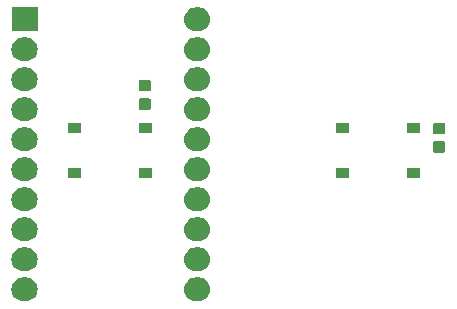
<source format=gbr>
G04 #@! TF.GenerationSoftware,KiCad,Pcbnew,(5.1.5)-3*
G04 #@! TF.CreationDate,2020-06-09T10:15:54-04:00*
G04 #@! TF.ProjectId,ble_mvp_1A-rev2-ButtonDaughter,626c655f-6d76-4705-9f31-412d72657632,rev?*
G04 #@! TF.SameCoordinates,Original*
G04 #@! TF.FileFunction,Soldermask,Top*
G04 #@! TF.FilePolarity,Negative*
%FSLAX46Y46*%
G04 Gerber Fmt 4.6, Leading zero omitted, Abs format (unit mm)*
G04 Created by KiCad (PCBNEW (5.1.5)-3) date 2020-06-09 10:15:54*
%MOMM*%
%LPD*%
G04 APERTURE LIST*
%ADD10C,0.100000*%
G04 APERTURE END LIST*
D10*
G36*
X142003028Y-101007183D02*
G01*
X142191722Y-101064423D01*
X142365615Y-101157371D01*
X142518039Y-101282461D01*
X142643129Y-101434885D01*
X142736077Y-101608778D01*
X142793317Y-101797472D01*
X142812643Y-101993700D01*
X142793317Y-102189928D01*
X142736077Y-102378622D01*
X142643129Y-102552515D01*
X142518039Y-102704939D01*
X142365615Y-102830029D01*
X142191722Y-102922977D01*
X142003028Y-102980217D01*
X141855975Y-102994700D01*
X141557625Y-102994700D01*
X141410572Y-102980217D01*
X141221878Y-102922977D01*
X141047985Y-102830029D01*
X140895561Y-102704939D01*
X140770471Y-102552515D01*
X140677523Y-102378622D01*
X140620283Y-102189928D01*
X140600957Y-101993700D01*
X140620283Y-101797472D01*
X140677523Y-101608778D01*
X140770471Y-101434885D01*
X140895561Y-101282461D01*
X141047985Y-101157371D01*
X141221878Y-101064423D01*
X141410572Y-101007183D01*
X141557625Y-100992700D01*
X141855975Y-100992700D01*
X142003028Y-101007183D01*
G37*
G36*
X127393028Y-101007183D02*
G01*
X127581722Y-101064423D01*
X127755615Y-101157371D01*
X127908039Y-101282461D01*
X128033129Y-101434885D01*
X128126077Y-101608778D01*
X128183317Y-101797472D01*
X128202643Y-101993700D01*
X128183317Y-102189928D01*
X128126077Y-102378622D01*
X128033129Y-102552515D01*
X127908039Y-102704939D01*
X127755615Y-102830029D01*
X127581722Y-102922977D01*
X127393028Y-102980217D01*
X127245975Y-102994700D01*
X126947625Y-102994700D01*
X126800572Y-102980217D01*
X126611878Y-102922977D01*
X126437985Y-102830029D01*
X126285561Y-102704939D01*
X126160471Y-102552515D01*
X126067523Y-102378622D01*
X126010283Y-102189928D01*
X125990957Y-101993700D01*
X126010283Y-101797472D01*
X126067523Y-101608778D01*
X126160471Y-101434885D01*
X126285561Y-101282461D01*
X126437985Y-101157371D01*
X126611878Y-101064423D01*
X126800572Y-101007183D01*
X126947625Y-100992700D01*
X127245975Y-100992700D01*
X127393028Y-101007183D01*
G37*
G36*
X142003028Y-98467183D02*
G01*
X142191722Y-98524423D01*
X142365615Y-98617371D01*
X142518039Y-98742461D01*
X142643129Y-98894885D01*
X142736077Y-99068778D01*
X142793317Y-99257472D01*
X142812643Y-99453700D01*
X142793317Y-99649928D01*
X142736077Y-99838622D01*
X142643129Y-100012515D01*
X142518039Y-100164939D01*
X142365615Y-100290029D01*
X142191722Y-100382977D01*
X142003028Y-100440217D01*
X141855975Y-100454700D01*
X141557625Y-100454700D01*
X141410572Y-100440217D01*
X141221878Y-100382977D01*
X141047985Y-100290029D01*
X140895561Y-100164939D01*
X140770471Y-100012515D01*
X140677523Y-99838622D01*
X140620283Y-99649928D01*
X140600957Y-99453700D01*
X140620283Y-99257472D01*
X140677523Y-99068778D01*
X140770471Y-98894885D01*
X140895561Y-98742461D01*
X141047985Y-98617371D01*
X141221878Y-98524423D01*
X141410572Y-98467183D01*
X141557625Y-98452700D01*
X141855975Y-98452700D01*
X142003028Y-98467183D01*
G37*
G36*
X127393028Y-98467183D02*
G01*
X127581722Y-98524423D01*
X127755615Y-98617371D01*
X127908039Y-98742461D01*
X128033129Y-98894885D01*
X128126077Y-99068778D01*
X128183317Y-99257472D01*
X128202643Y-99453700D01*
X128183317Y-99649928D01*
X128126077Y-99838622D01*
X128033129Y-100012515D01*
X127908039Y-100164939D01*
X127755615Y-100290029D01*
X127581722Y-100382977D01*
X127393028Y-100440217D01*
X127245975Y-100454700D01*
X126947625Y-100454700D01*
X126800572Y-100440217D01*
X126611878Y-100382977D01*
X126437985Y-100290029D01*
X126285561Y-100164939D01*
X126160471Y-100012515D01*
X126067523Y-99838622D01*
X126010283Y-99649928D01*
X125990957Y-99453700D01*
X126010283Y-99257472D01*
X126067523Y-99068778D01*
X126160471Y-98894885D01*
X126285561Y-98742461D01*
X126437985Y-98617371D01*
X126611878Y-98524423D01*
X126800572Y-98467183D01*
X126947625Y-98452700D01*
X127245975Y-98452700D01*
X127393028Y-98467183D01*
G37*
G36*
X127393028Y-95927183D02*
G01*
X127581722Y-95984423D01*
X127755615Y-96077371D01*
X127908039Y-96202461D01*
X128033129Y-96354885D01*
X128126077Y-96528778D01*
X128183317Y-96717472D01*
X128202643Y-96913700D01*
X128183317Y-97109928D01*
X128126077Y-97298622D01*
X128033129Y-97472515D01*
X127908039Y-97624939D01*
X127755615Y-97750029D01*
X127581722Y-97842977D01*
X127393028Y-97900217D01*
X127245975Y-97914700D01*
X126947625Y-97914700D01*
X126800572Y-97900217D01*
X126611878Y-97842977D01*
X126437985Y-97750029D01*
X126285561Y-97624939D01*
X126160471Y-97472515D01*
X126067523Y-97298622D01*
X126010283Y-97109928D01*
X125990957Y-96913700D01*
X126010283Y-96717472D01*
X126067523Y-96528778D01*
X126160471Y-96354885D01*
X126285561Y-96202461D01*
X126437985Y-96077371D01*
X126611878Y-95984423D01*
X126800572Y-95927183D01*
X126947625Y-95912700D01*
X127245975Y-95912700D01*
X127393028Y-95927183D01*
G37*
G36*
X142003028Y-95927183D02*
G01*
X142191722Y-95984423D01*
X142365615Y-96077371D01*
X142518039Y-96202461D01*
X142643129Y-96354885D01*
X142736077Y-96528778D01*
X142793317Y-96717472D01*
X142812643Y-96913700D01*
X142793317Y-97109928D01*
X142736077Y-97298622D01*
X142643129Y-97472515D01*
X142518039Y-97624939D01*
X142365615Y-97750029D01*
X142191722Y-97842977D01*
X142003028Y-97900217D01*
X141855975Y-97914700D01*
X141557625Y-97914700D01*
X141410572Y-97900217D01*
X141221878Y-97842977D01*
X141047985Y-97750029D01*
X140895561Y-97624939D01*
X140770471Y-97472515D01*
X140677523Y-97298622D01*
X140620283Y-97109928D01*
X140600957Y-96913700D01*
X140620283Y-96717472D01*
X140677523Y-96528778D01*
X140770471Y-96354885D01*
X140895561Y-96202461D01*
X141047985Y-96077371D01*
X141221878Y-95984423D01*
X141410572Y-95927183D01*
X141557625Y-95912700D01*
X141855975Y-95912700D01*
X142003028Y-95927183D01*
G37*
G36*
X127393028Y-93387183D02*
G01*
X127581722Y-93444423D01*
X127755615Y-93537371D01*
X127908039Y-93662461D01*
X128033129Y-93814885D01*
X128126077Y-93988778D01*
X128183317Y-94177472D01*
X128202643Y-94373700D01*
X128183317Y-94569928D01*
X128126077Y-94758622D01*
X128033129Y-94932515D01*
X127908039Y-95084939D01*
X127755615Y-95210029D01*
X127581722Y-95302977D01*
X127393028Y-95360217D01*
X127245975Y-95374700D01*
X126947625Y-95374700D01*
X126800572Y-95360217D01*
X126611878Y-95302977D01*
X126437985Y-95210029D01*
X126285561Y-95084939D01*
X126160471Y-94932515D01*
X126067523Y-94758622D01*
X126010283Y-94569928D01*
X125990957Y-94373700D01*
X126010283Y-94177472D01*
X126067523Y-93988778D01*
X126160471Y-93814885D01*
X126285561Y-93662461D01*
X126437985Y-93537371D01*
X126611878Y-93444423D01*
X126800572Y-93387183D01*
X126947625Y-93372700D01*
X127245975Y-93372700D01*
X127393028Y-93387183D01*
G37*
G36*
X142003028Y-93387183D02*
G01*
X142191722Y-93444423D01*
X142365615Y-93537371D01*
X142518039Y-93662461D01*
X142643129Y-93814885D01*
X142736077Y-93988778D01*
X142793317Y-94177472D01*
X142812643Y-94373700D01*
X142793317Y-94569928D01*
X142736077Y-94758622D01*
X142643129Y-94932515D01*
X142518039Y-95084939D01*
X142365615Y-95210029D01*
X142191722Y-95302977D01*
X142003028Y-95360217D01*
X141855975Y-95374700D01*
X141557625Y-95374700D01*
X141410572Y-95360217D01*
X141221878Y-95302977D01*
X141047985Y-95210029D01*
X140895561Y-95084939D01*
X140770471Y-94932515D01*
X140677523Y-94758622D01*
X140620283Y-94569928D01*
X140600957Y-94373700D01*
X140620283Y-94177472D01*
X140677523Y-93988778D01*
X140770471Y-93814885D01*
X140895561Y-93662461D01*
X141047985Y-93537371D01*
X141221878Y-93444423D01*
X141410572Y-93387183D01*
X141557625Y-93372700D01*
X141855975Y-93372700D01*
X142003028Y-93387183D01*
G37*
G36*
X142003028Y-90847183D02*
G01*
X142191722Y-90904423D01*
X142365615Y-90997371D01*
X142518039Y-91122461D01*
X142643129Y-91274885D01*
X142736077Y-91448778D01*
X142793317Y-91637472D01*
X142812643Y-91833700D01*
X142793317Y-92029928D01*
X142736077Y-92218622D01*
X142643129Y-92392515D01*
X142518039Y-92544939D01*
X142365615Y-92670029D01*
X142191722Y-92762977D01*
X142003028Y-92820217D01*
X141855975Y-92834700D01*
X141557625Y-92834700D01*
X141410572Y-92820217D01*
X141221878Y-92762977D01*
X141047985Y-92670029D01*
X140895561Y-92544939D01*
X140770471Y-92392515D01*
X140677523Y-92218622D01*
X140620283Y-92029928D01*
X140600957Y-91833700D01*
X140620283Y-91637472D01*
X140677523Y-91448778D01*
X140770471Y-91274885D01*
X140895561Y-91122461D01*
X141047985Y-90997371D01*
X141221878Y-90904423D01*
X141410572Y-90847183D01*
X141557625Y-90832700D01*
X141855975Y-90832700D01*
X142003028Y-90847183D01*
G37*
G36*
X127393028Y-90847183D02*
G01*
X127581722Y-90904423D01*
X127755615Y-90997371D01*
X127908039Y-91122461D01*
X128033129Y-91274885D01*
X128126077Y-91448778D01*
X128183317Y-91637472D01*
X128202643Y-91833700D01*
X128183317Y-92029928D01*
X128126077Y-92218622D01*
X128033129Y-92392515D01*
X127908039Y-92544939D01*
X127755615Y-92670029D01*
X127581722Y-92762977D01*
X127393028Y-92820217D01*
X127245975Y-92834700D01*
X126947625Y-92834700D01*
X126800572Y-92820217D01*
X126611878Y-92762977D01*
X126437985Y-92670029D01*
X126285561Y-92544939D01*
X126160471Y-92392515D01*
X126067523Y-92218622D01*
X126010283Y-92029928D01*
X125990957Y-91833700D01*
X126010283Y-91637472D01*
X126067523Y-91448778D01*
X126160471Y-91274885D01*
X126285561Y-91122461D01*
X126437985Y-90997371D01*
X126611878Y-90904423D01*
X126800572Y-90847183D01*
X126947625Y-90832700D01*
X127245975Y-90832700D01*
X127393028Y-90847183D01*
G37*
G36*
X160551000Y-92551000D02*
G01*
X159449000Y-92551000D01*
X159449000Y-91699000D01*
X160551000Y-91699000D01*
X160551000Y-92551000D01*
G37*
G36*
X154551000Y-92551000D02*
G01*
X153449000Y-92551000D01*
X153449000Y-91699000D01*
X154551000Y-91699000D01*
X154551000Y-92551000D01*
G37*
G36*
X137847800Y-92551000D02*
G01*
X136745800Y-92551000D01*
X136745800Y-91699000D01*
X137847800Y-91699000D01*
X137847800Y-92551000D01*
G37*
G36*
X131847800Y-92551000D02*
G01*
X130745800Y-92551000D01*
X130745800Y-91699000D01*
X131847800Y-91699000D01*
X131847800Y-92551000D01*
G37*
G36*
X162583991Y-89469885D02*
G01*
X162617969Y-89480193D01*
X162649290Y-89496934D01*
X162676739Y-89519461D01*
X162699266Y-89546910D01*
X162716007Y-89578231D01*
X162726315Y-89612209D01*
X162730400Y-89653690D01*
X162730400Y-90254910D01*
X162726315Y-90296391D01*
X162716007Y-90330369D01*
X162699266Y-90361690D01*
X162676739Y-90389139D01*
X162649290Y-90411666D01*
X162617969Y-90428407D01*
X162583991Y-90438715D01*
X162542510Y-90442800D01*
X161866290Y-90442800D01*
X161824809Y-90438715D01*
X161790831Y-90428407D01*
X161759510Y-90411666D01*
X161732061Y-90389139D01*
X161709534Y-90361690D01*
X161692793Y-90330369D01*
X161682485Y-90296391D01*
X161678400Y-90254910D01*
X161678400Y-89653690D01*
X161682485Y-89612209D01*
X161692793Y-89578231D01*
X161709534Y-89546910D01*
X161732061Y-89519461D01*
X161759510Y-89496934D01*
X161790831Y-89480193D01*
X161824809Y-89469885D01*
X161866290Y-89465800D01*
X162542510Y-89465800D01*
X162583991Y-89469885D01*
G37*
G36*
X127393028Y-88307183D02*
G01*
X127581722Y-88364423D01*
X127755615Y-88457371D01*
X127908039Y-88582461D01*
X128033129Y-88734885D01*
X128126077Y-88908778D01*
X128183317Y-89097472D01*
X128202643Y-89293700D01*
X128183317Y-89489928D01*
X128126077Y-89678622D01*
X128033129Y-89852515D01*
X127908039Y-90004939D01*
X127755615Y-90130029D01*
X127581722Y-90222977D01*
X127393028Y-90280217D01*
X127245975Y-90294700D01*
X126947625Y-90294700D01*
X126800572Y-90280217D01*
X126611878Y-90222977D01*
X126437985Y-90130029D01*
X126285561Y-90004939D01*
X126160471Y-89852515D01*
X126067523Y-89678622D01*
X126010283Y-89489928D01*
X125990957Y-89293700D01*
X126010283Y-89097472D01*
X126067523Y-88908778D01*
X126160471Y-88734885D01*
X126285561Y-88582461D01*
X126437985Y-88457371D01*
X126611878Y-88364423D01*
X126800572Y-88307183D01*
X126947625Y-88292700D01*
X127245975Y-88292700D01*
X127393028Y-88307183D01*
G37*
G36*
X142003028Y-88307183D02*
G01*
X142191722Y-88364423D01*
X142365615Y-88457371D01*
X142518039Y-88582461D01*
X142643129Y-88734885D01*
X142736077Y-88908778D01*
X142793317Y-89097472D01*
X142812643Y-89293700D01*
X142793317Y-89489928D01*
X142736077Y-89678622D01*
X142643129Y-89852515D01*
X142518039Y-90004939D01*
X142365615Y-90130029D01*
X142191722Y-90222977D01*
X142003028Y-90280217D01*
X141855975Y-90294700D01*
X141557625Y-90294700D01*
X141410572Y-90280217D01*
X141221878Y-90222977D01*
X141047985Y-90130029D01*
X140895561Y-90004939D01*
X140770471Y-89852515D01*
X140677523Y-89678622D01*
X140620283Y-89489928D01*
X140600957Y-89293700D01*
X140620283Y-89097472D01*
X140677523Y-88908778D01*
X140770471Y-88734885D01*
X140895561Y-88582461D01*
X141047985Y-88457371D01*
X141221878Y-88364423D01*
X141410572Y-88307183D01*
X141557625Y-88292700D01*
X141855975Y-88292700D01*
X142003028Y-88307183D01*
G37*
G36*
X162583991Y-87894885D02*
G01*
X162617969Y-87905193D01*
X162649290Y-87921934D01*
X162676739Y-87944461D01*
X162699266Y-87971910D01*
X162716007Y-88003231D01*
X162726315Y-88037209D01*
X162730400Y-88078690D01*
X162730400Y-88679910D01*
X162726315Y-88721391D01*
X162716007Y-88755369D01*
X162699266Y-88786690D01*
X162676739Y-88814139D01*
X162649290Y-88836666D01*
X162617969Y-88853407D01*
X162583991Y-88863715D01*
X162542510Y-88867800D01*
X161866290Y-88867800D01*
X161824809Y-88863715D01*
X161790831Y-88853407D01*
X161759510Y-88836666D01*
X161732061Y-88814139D01*
X161709534Y-88786690D01*
X161692793Y-88755369D01*
X161682485Y-88721391D01*
X161678400Y-88679910D01*
X161678400Y-88078690D01*
X161682485Y-88037209D01*
X161692793Y-88003231D01*
X161709534Y-87971910D01*
X161732061Y-87944461D01*
X161759510Y-87921934D01*
X161790831Y-87905193D01*
X161824809Y-87894885D01*
X161866290Y-87890800D01*
X162542510Y-87890800D01*
X162583991Y-87894885D01*
G37*
G36*
X137847800Y-88801000D02*
G01*
X136745800Y-88801000D01*
X136745800Y-87949000D01*
X137847800Y-87949000D01*
X137847800Y-88801000D01*
G37*
G36*
X160551000Y-88801000D02*
G01*
X159449000Y-88801000D01*
X159449000Y-87949000D01*
X160551000Y-87949000D01*
X160551000Y-88801000D01*
G37*
G36*
X154551000Y-88801000D02*
G01*
X153449000Y-88801000D01*
X153449000Y-87949000D01*
X154551000Y-87949000D01*
X154551000Y-88801000D01*
G37*
G36*
X131847800Y-88801000D02*
G01*
X130745800Y-88801000D01*
X130745800Y-87949000D01*
X131847800Y-87949000D01*
X131847800Y-88801000D01*
G37*
G36*
X142003028Y-85767183D02*
G01*
X142191722Y-85824423D01*
X142365615Y-85917371D01*
X142518039Y-86042461D01*
X142643129Y-86194885D01*
X142736077Y-86368778D01*
X142793317Y-86557472D01*
X142812643Y-86753700D01*
X142793317Y-86949928D01*
X142736077Y-87138622D01*
X142643129Y-87312515D01*
X142518039Y-87464939D01*
X142365615Y-87590029D01*
X142191722Y-87682977D01*
X142003028Y-87740217D01*
X141855975Y-87754700D01*
X141557625Y-87754700D01*
X141410572Y-87740217D01*
X141221878Y-87682977D01*
X141047985Y-87590029D01*
X140895561Y-87464939D01*
X140770471Y-87312515D01*
X140677523Y-87138622D01*
X140620283Y-86949928D01*
X140600957Y-86753700D01*
X140620283Y-86557472D01*
X140677523Y-86368778D01*
X140770471Y-86194885D01*
X140895561Y-86042461D01*
X141047985Y-85917371D01*
X141221878Y-85824423D01*
X141410572Y-85767183D01*
X141557625Y-85752700D01*
X141855975Y-85752700D01*
X142003028Y-85767183D01*
G37*
G36*
X127393028Y-85767183D02*
G01*
X127581722Y-85824423D01*
X127755615Y-85917371D01*
X127908039Y-86042461D01*
X128033129Y-86194885D01*
X128126077Y-86368778D01*
X128183317Y-86557472D01*
X128202643Y-86753700D01*
X128183317Y-86949928D01*
X128126077Y-87138622D01*
X128033129Y-87312515D01*
X127908039Y-87464939D01*
X127755615Y-87590029D01*
X127581722Y-87682977D01*
X127393028Y-87740217D01*
X127245975Y-87754700D01*
X126947625Y-87754700D01*
X126800572Y-87740217D01*
X126611878Y-87682977D01*
X126437985Y-87590029D01*
X126285561Y-87464939D01*
X126160471Y-87312515D01*
X126067523Y-87138622D01*
X126010283Y-86949928D01*
X125990957Y-86753700D01*
X126010283Y-86557472D01*
X126067523Y-86368778D01*
X126160471Y-86194885D01*
X126285561Y-86042461D01*
X126437985Y-85917371D01*
X126611878Y-85824423D01*
X126800572Y-85767183D01*
X126947625Y-85752700D01*
X127245975Y-85752700D01*
X127393028Y-85767183D01*
G37*
G36*
X137653891Y-85846285D02*
G01*
X137687869Y-85856593D01*
X137719190Y-85873334D01*
X137746639Y-85895861D01*
X137769166Y-85923310D01*
X137785907Y-85954631D01*
X137796215Y-85988609D01*
X137800300Y-86030090D01*
X137800300Y-86631310D01*
X137796215Y-86672791D01*
X137785907Y-86706769D01*
X137769166Y-86738090D01*
X137746639Y-86765539D01*
X137719190Y-86788066D01*
X137687869Y-86804807D01*
X137653891Y-86815115D01*
X137612410Y-86819200D01*
X136936190Y-86819200D01*
X136894709Y-86815115D01*
X136860731Y-86804807D01*
X136829410Y-86788066D01*
X136801961Y-86765539D01*
X136779434Y-86738090D01*
X136762693Y-86706769D01*
X136752385Y-86672791D01*
X136748300Y-86631310D01*
X136748300Y-86030090D01*
X136752385Y-85988609D01*
X136762693Y-85954631D01*
X136779434Y-85923310D01*
X136801961Y-85895861D01*
X136829410Y-85873334D01*
X136860731Y-85856593D01*
X136894709Y-85846285D01*
X136936190Y-85842200D01*
X137612410Y-85842200D01*
X137653891Y-85846285D01*
G37*
G36*
X137653891Y-84271285D02*
G01*
X137687869Y-84281593D01*
X137719190Y-84298334D01*
X137746639Y-84320861D01*
X137769166Y-84348310D01*
X137785907Y-84379631D01*
X137796215Y-84413609D01*
X137800300Y-84455090D01*
X137800300Y-85056310D01*
X137796215Y-85097791D01*
X137785907Y-85131769D01*
X137769166Y-85163090D01*
X137746639Y-85190539D01*
X137719190Y-85213066D01*
X137687869Y-85229807D01*
X137653891Y-85240115D01*
X137612410Y-85244200D01*
X136936190Y-85244200D01*
X136894709Y-85240115D01*
X136860731Y-85229807D01*
X136829410Y-85213066D01*
X136801961Y-85190539D01*
X136779434Y-85163090D01*
X136762693Y-85131769D01*
X136752385Y-85097791D01*
X136748300Y-85056310D01*
X136748300Y-84455090D01*
X136752385Y-84413609D01*
X136762693Y-84379631D01*
X136779434Y-84348310D01*
X136801961Y-84320861D01*
X136829410Y-84298334D01*
X136860731Y-84281593D01*
X136894709Y-84271285D01*
X136936190Y-84267200D01*
X137612410Y-84267200D01*
X137653891Y-84271285D01*
G37*
G36*
X127393028Y-83227183D02*
G01*
X127581722Y-83284423D01*
X127755615Y-83377371D01*
X127908039Y-83502461D01*
X128033129Y-83654885D01*
X128126077Y-83828778D01*
X128183317Y-84017472D01*
X128202643Y-84213700D01*
X128183317Y-84409928D01*
X128126077Y-84598622D01*
X128033129Y-84772515D01*
X127908039Y-84924939D01*
X127755615Y-85050029D01*
X127581722Y-85142977D01*
X127393028Y-85200217D01*
X127245975Y-85214700D01*
X126947625Y-85214700D01*
X126800572Y-85200217D01*
X126611878Y-85142977D01*
X126437985Y-85050029D01*
X126285561Y-84924939D01*
X126160471Y-84772515D01*
X126067523Y-84598622D01*
X126010283Y-84409928D01*
X125990957Y-84213700D01*
X126010283Y-84017472D01*
X126067523Y-83828778D01*
X126160471Y-83654885D01*
X126285561Y-83502461D01*
X126437985Y-83377371D01*
X126611878Y-83284423D01*
X126800572Y-83227183D01*
X126947625Y-83212700D01*
X127245975Y-83212700D01*
X127393028Y-83227183D01*
G37*
G36*
X142003028Y-83227183D02*
G01*
X142191722Y-83284423D01*
X142365615Y-83377371D01*
X142518039Y-83502461D01*
X142643129Y-83654885D01*
X142736077Y-83828778D01*
X142793317Y-84017472D01*
X142812643Y-84213700D01*
X142793317Y-84409928D01*
X142736077Y-84598622D01*
X142643129Y-84772515D01*
X142518039Y-84924939D01*
X142365615Y-85050029D01*
X142191722Y-85142977D01*
X142003028Y-85200217D01*
X141855975Y-85214700D01*
X141557625Y-85214700D01*
X141410572Y-85200217D01*
X141221878Y-85142977D01*
X141047985Y-85050029D01*
X140895561Y-84924939D01*
X140770471Y-84772515D01*
X140677523Y-84598622D01*
X140620283Y-84409928D01*
X140600957Y-84213700D01*
X140620283Y-84017472D01*
X140677523Y-83828778D01*
X140770471Y-83654885D01*
X140895561Y-83502461D01*
X141047985Y-83377371D01*
X141221878Y-83284423D01*
X141410572Y-83227183D01*
X141557625Y-83212700D01*
X141855975Y-83212700D01*
X142003028Y-83227183D01*
G37*
G36*
X127393028Y-80687183D02*
G01*
X127581722Y-80744423D01*
X127755615Y-80837371D01*
X127908039Y-80962461D01*
X128033129Y-81114885D01*
X128126077Y-81288778D01*
X128183317Y-81477472D01*
X128202643Y-81673700D01*
X128183317Y-81869928D01*
X128126077Y-82058622D01*
X128033129Y-82232515D01*
X127908039Y-82384939D01*
X127755615Y-82510029D01*
X127581722Y-82602977D01*
X127393028Y-82660217D01*
X127245975Y-82674700D01*
X126947625Y-82674700D01*
X126800572Y-82660217D01*
X126611878Y-82602977D01*
X126437985Y-82510029D01*
X126285561Y-82384939D01*
X126160471Y-82232515D01*
X126067523Y-82058622D01*
X126010283Y-81869928D01*
X125990957Y-81673700D01*
X126010283Y-81477472D01*
X126067523Y-81288778D01*
X126160471Y-81114885D01*
X126285561Y-80962461D01*
X126437985Y-80837371D01*
X126611878Y-80744423D01*
X126800572Y-80687183D01*
X126947625Y-80672700D01*
X127245975Y-80672700D01*
X127393028Y-80687183D01*
G37*
G36*
X142003028Y-80687183D02*
G01*
X142191722Y-80744423D01*
X142365615Y-80837371D01*
X142518039Y-80962461D01*
X142643129Y-81114885D01*
X142736077Y-81288778D01*
X142793317Y-81477472D01*
X142812643Y-81673700D01*
X142793317Y-81869928D01*
X142736077Y-82058622D01*
X142643129Y-82232515D01*
X142518039Y-82384939D01*
X142365615Y-82510029D01*
X142191722Y-82602977D01*
X142003028Y-82660217D01*
X141855975Y-82674700D01*
X141557625Y-82674700D01*
X141410572Y-82660217D01*
X141221878Y-82602977D01*
X141047985Y-82510029D01*
X140895561Y-82384939D01*
X140770471Y-82232515D01*
X140677523Y-82058622D01*
X140620283Y-81869928D01*
X140600957Y-81673700D01*
X140620283Y-81477472D01*
X140677523Y-81288778D01*
X140770471Y-81114885D01*
X140895561Y-80962461D01*
X141047985Y-80837371D01*
X141221878Y-80744423D01*
X141410572Y-80687183D01*
X141557625Y-80672700D01*
X141855975Y-80672700D01*
X142003028Y-80687183D01*
G37*
G36*
X128197800Y-80134700D02*
G01*
X125995800Y-80134700D01*
X125995800Y-78132700D01*
X128197800Y-78132700D01*
X128197800Y-80134700D01*
G37*
G36*
X142003028Y-78147183D02*
G01*
X142191722Y-78204423D01*
X142365615Y-78297371D01*
X142518039Y-78422461D01*
X142643129Y-78574885D01*
X142736077Y-78748778D01*
X142793317Y-78937472D01*
X142812643Y-79133700D01*
X142793317Y-79329928D01*
X142736077Y-79518622D01*
X142643129Y-79692515D01*
X142518039Y-79844939D01*
X142365615Y-79970029D01*
X142191722Y-80062977D01*
X142003028Y-80120217D01*
X141855975Y-80134700D01*
X141557625Y-80134700D01*
X141410572Y-80120217D01*
X141221878Y-80062977D01*
X141047985Y-79970029D01*
X140895561Y-79844939D01*
X140770471Y-79692515D01*
X140677523Y-79518622D01*
X140620283Y-79329928D01*
X140600957Y-79133700D01*
X140620283Y-78937472D01*
X140677523Y-78748778D01*
X140770471Y-78574885D01*
X140895561Y-78422461D01*
X141047985Y-78297371D01*
X141221878Y-78204423D01*
X141410572Y-78147183D01*
X141557625Y-78132700D01*
X141855975Y-78132700D01*
X142003028Y-78147183D01*
G37*
M02*

</source>
